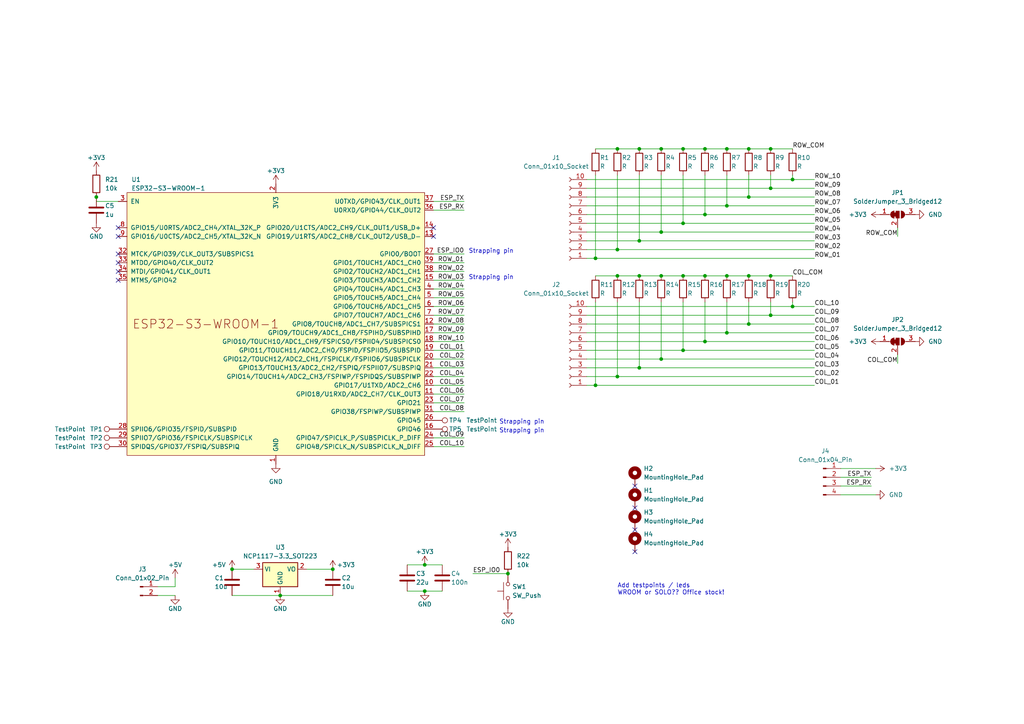
<source format=kicad_sch>
(kicad_sch (version 20230121) (generator eeschema)
  (paper "A4")
  (lib_symbols
    (symbol "Connector:Conn_01x02_Pin" (pin_names (offset 1.016) hide)
      (property "Reference" "J" (at 0 2.54 0))
      (property "Value" "Conn_01x02_Pin" (at 0 -5.08 0))
      (symbol "Conn_01x02_Pin_1_1"
        (polyline (pts (xy 1.27 -2.54) (xy 0.8636 -2.54)) (stroke (width 0.1524)))
        (polyline (pts (xy 1.27 0) (xy 0.8636 0)) (stroke (width 0.1524)))
        (rectangle (start 0.8636 -2.413) (end 0 -2.667) (stroke (width 0.1524)) (fill (type outline)))
        (rectangle (start 0.8636 0.127) (end 0 -0.127) (stroke (width 0.1524)) (fill (type outline)))
        (pin passive line (at 5.08 0 180) (length 3.81) (name "Pin_1") (number "1"))
        (pin passive line (at 5.08 -2.54 180) (length 3.81) (name "Pin_2") (number "2"))
      )
    )
    (symbol "Connector:Conn_01x04_Pin" (pin_names (offset 1.016) hide)
      (property "Reference" "J" (at 0 5.08 0))
      (property "Value" "Conn_01x04_Pin" (at 0 -7.62 0))
      (symbol "Conn_01x04_Pin_1_1"
        (polyline (pts (xy 1.27 -5.08) (xy 0.8636 -5.08)) (stroke (width 0.1524)))
        (polyline (pts (xy 1.27 -2.54) (xy 0.8636 -2.54)) (stroke (width 0.1524)))
        (polyline (pts (xy 1.27 0) (xy 0.8636 0)) (stroke (width 0.1524)))
        (polyline (pts (xy 1.27 2.54) (xy 0.8636 2.54)) (stroke (width 0.1524)))
        (rectangle (start 0.8636 -4.953) (end 0 -5.207) (stroke (width 0.1524)) (fill (type outline)))
        (rectangle (start 0.8636 -2.413) (end 0 -2.667) (stroke (width 0.1524)) (fill (type outline)))
        (rectangle (start 0.8636 0.127) (end 0 -0.127) (stroke (width 0.1524)) (fill (type outline)))
        (rectangle (start 0.8636 2.667) (end 0 2.413) (stroke (width 0.1524)) (fill (type outline)))
        (pin passive line (at 5.08 2.54 180) (length 3.81) (name "Pin_1") (number "1"))
        (pin passive line (at 5.08 0 180) (length 3.81) (name "Pin_2") (number "2"))
        (pin passive line (at 5.08 -2.54 180) (length 3.81) (name "Pin_3") (number "3"))
        (pin passive line (at 5.08 -5.08 180) (length 3.81) (name "Pin_4") (number "4"))
      )
    )
    (symbol "Connector:Conn_01x10_Socket" (pin_names (offset 1.016) hide)
      (property "Reference" "J" (at 0 12.7 0))
      (property "Value" "Conn_01x10_Socket" (at 0 -15.24 0))
      (symbol "Conn_01x10_Socket_1_1"
        (arc (start 0 -12.192) (mid -0.5058 -12.7) (end 0 -13.208) (stroke (width 0.1524)))
        (arc (start 0 -9.652) (mid -0.5058 -10.16) (end 0 -10.668) (stroke (width 0.1524)))
        (arc (start 0 -7.112) (mid -0.5058 -7.62) (end 0 -8.128) (stroke (width 0.1524)))
        (arc (start 0 -4.572) (mid -0.5058 -5.08) (end 0 -5.588) (stroke (width 0.1524)))
        (arc (start 0 -2.032) (mid -0.5058 -2.54) (end 0 -3.048) (stroke (width 0.1524)))
        (polyline (pts (xy -1.27 -12.7) (xy -0.508 -12.7)) (stroke (width 0.1524)))
        (polyline (pts (xy -1.27 -10.16) (xy -0.508 -10.16)) (stroke (width 0.1524)))
        (polyline (pts (xy -1.27 -7.62) (xy -0.508 -7.62)) (stroke (width 0.1524)))
        (polyline (pts (xy -1.27 -5.08) (xy -0.508 -5.08)) (stroke (width 0.1524)))
        (polyline (pts (xy -1.27 -2.54) (xy -0.508 -2.54)) (stroke (width 0.1524)))
        (polyline (pts (xy -1.27 0) (xy -0.508 0)) (stroke (width 0.1524)))
        (polyline (pts (xy -1.27 2.54) (xy -0.508 2.54)) (stroke (width 0.1524)))
        (polyline (pts (xy -1.27 5.08) (xy -0.508 5.08)) (stroke (width 0.1524)))
        (polyline (pts (xy -1.27 7.62) (xy -0.508 7.62)) (stroke (width 0.1524)))
        (polyline (pts (xy -1.27 10.16) (xy -0.508 10.16)) (stroke (width 0.1524)))
        (arc (start 0 0.508) (mid -0.5058 0) (end 0 -0.508) (stroke (width 0.1524)))
        (arc (start 0 3.048) (mid -0.5058 2.54) (end 0 2.032) (stroke (width 0.1524)))
        (arc (start 0 5.588) (mid -0.5058 5.08) (end 0 4.572) (stroke (width 0.1524)))
        (arc (start 0 8.128) (mid -0.5058 7.62) (end 0 7.112) (stroke (width 0.1524)))
        (arc (start 0 10.668) (mid -0.5058 10.16) (end 0 9.652) (stroke (width 0.1524)))
        (pin passive line (at -5.08 10.16 0) (length 3.81) (name "Pin_1") (number "1"))
        (pin passive line (at -5.08 -12.7 0) (length 3.81) (name "Pin_10") (number "10"))
        (pin passive line (at -5.08 7.62 0) (length 3.81) (name "Pin_2") (number "2"))
        (pin passive line (at -5.08 5.08 0) (length 3.81) (name "Pin_3") (number "3"))
        (pin passive line (at -5.08 2.54 0) (length 3.81) (name "Pin_4") (number "4"))
        (pin passive line (at -5.08 0 0) (length 3.81) (name "Pin_5") (number "5"))
        (pin passive line (at -5.08 -2.54 0) (length 3.81) (name "Pin_6") (number "6"))
        (pin passive line (at -5.08 -5.08 0) (length 3.81) (name "Pin_7") (number "7"))
        (pin passive line (at -5.08 -7.62 0) (length 3.81) (name "Pin_8") (number "8"))
        (pin passive line (at -5.08 -10.16 0) (length 3.81) (name "Pin_9") (number "9"))
      )
    )
    (symbol "Connector:TestPoint" (pin_numbers hide) (pin_names (offset 0.762) hide)
      (property "Reference" "TP" (at 0 6.858 0))
      (property "Value" "TestPoint" (at 0 5.08 0))
      (symbol "TestPoint_0_1"
        (circle (center 0 3.302) (radius 0.762))
      )
      (symbol "TestPoint_1_1"
        (pin passive line (at 0 0 90) (length 2.54) (name "1") (number "1"))
      )
    )
    (symbol "Device:C" (pin_numbers hide) (pin_names (offset 0.254))
      (property "Reference" "C" (at 0.635 2.54 0))
      (property "Value" "C" (at 0.635 -2.54 0))
      (symbol "C_0_1"
        (polyline (pts (xy -2.032 -0.762) (xy 2.032 -0.762)) (stroke (width 0.508)))
        (polyline (pts (xy -2.032 0.762) (xy 2.032 0.762)) (stroke (width 0.508)))
      )
      (symbol "C_1_1"
        (pin passive line (at 0 3.81 270) (length 2.794) (name "~") (number "1"))
        (pin passive line (at 0 -3.81 90) (length 2.794) (name "~") (number "2"))
      )
    )
    (symbol "Device:R" (pin_numbers hide) (pin_names (offset 0))
      (property "Reference" "R" (at 2.032 0 90))
      (property "Value" "R" (at 0 0 90))
      (symbol "R_0_1"
        (rectangle (start -1.016 -2.54) (end 1.016 2.54) (stroke (width 0.254)))
      )
      (symbol "R_1_1"
        (pin passive line (at 0 3.81 270) (length 1.27) (name "~") (number "1"))
        (pin passive line (at 0 -3.81 90) (length 1.27) (name "~") (number "2"))
      )
    )
    (symbol "Jumper:SolderJumper_3_Bridged12" (pin_names (offset 0) hide)
      (property "Reference" "JP" (at -2.54 -2.54 0))
      (property "Value" "SolderJumper_3_Bridged12" (at 0 2.794 0))
      (symbol "SolderJumper_3_Bridged12_0_1"
        (rectangle (start -1.016 0.508) (end -0.508 -0.508) (fill (type outline)))
        (arc (start -1.016 1.016) (mid -2.0276 0) (end -1.016 -1.016))
        (arc (start -1.016 1.016) (mid -2.0276 0) (end -1.016 -1.016) (fill (type outline)))
        (rectangle (start -0.508 1.016) (end 0.508 -1.016) (fill (type outline)))
        (polyline (pts (xy -2.54 0) (xy -2.032 0)))
        (polyline (pts (xy -1.016 1.016) (xy -1.016 -1.016)))
        (polyline (pts (xy 0 -1.27) (xy 0 -1.016)))
        (polyline (pts (xy 1.016 1.016) (xy 1.016 -1.016)))
        (polyline (pts (xy 2.54 0) (xy 2.032 0)))
        (arc (start 1.016 -1.016) (mid 2.0276 0) (end 1.016 1.016))
        (arc (start 1.016 -1.016) (mid 2.0276 0) (end 1.016 1.016) (fill (type outline)))
      )
      (symbol "SolderJumper_3_Bridged12_1_1"
        (pin passive line (at -5.08 0 0) (length 2.54) (name "A") (number "1"))
        (pin passive line (at 0 -3.81 90) (length 2.54) (name "C") (number "2"))
        (pin passive line (at 5.08 0 180) (length 2.54) (name "B") (number "3"))
      )
    )
    (symbol "Mechanical:MountingHole_Pad" (pin_numbers hide) (pin_names (offset 1.016) hide)
      (property "Reference" "H" (at 0 6.35 0))
      (property "Value" "MountingHole_Pad" (at 0 4.445 0))
      (symbol "MountingHole_Pad_0_1"
        (circle (center 0 1.27) (radius 1.27) (stroke (width 1.27)))
      )
      (symbol "MountingHole_Pad_1_1"
        (pin input line (at 0 -2.54 90) (length 2.54) (name "1") (number "1"))
      )
    )
    (symbol "PCM_Espressif:ESP32-S3-WROOM-1" (pin_names (offset 1.016))
      (property "Reference" "U" (at -43.18 43.18 0))
      (property "Value" "ESP32-S3-WROOM-1" (at -43.18 40.64 0))
      (symbol "ESP32-S3-WROOM-1_0_0"
        (text "ESP32-S3-WROOM-1" (at -20.32 0 0) (effects (font (size 2.54 2.54))))
        (pin power_in line (at 0 -40.64 90) (length 2.54) (name "GND") (number "1"))
        (pin bidirectional line (at 45.72 -17.78 180) (length 2.54) (name "GPIO17/U1TXD/ADC2_CH6") (number "10"))
        (pin bidirectional line (at 45.72 -20.32 180) (length 2.54) (name "GPIO18/U1RXD/ADC2_CH7/CLK_OUT3") (number "11"))
        (pin bidirectional line (at 45.72 0 180) (length 2.54) (name "GPIO8/TOUCH8/ADC1_CH7/SUBSPICS1") (number "12"))
        (pin bidirectional line (at 45.72 25.4 180) (length 2.54) (name "GPIO19/U1RTS/ADC2_CH8/CLK_OUT2/USB_D-") (number "13"))
        (pin bidirectional line (at 45.72 27.94 180) (length 2.54) (name "GPIO20/U1CTS/ADC2_CH9/CLK_OUT1/USB_D+") (number "14"))
        (pin bidirectional line (at 45.72 12.7 180) (length 2.54) (name "GPIO3/TOUCH3/ADC1_CH2") (number "15"))
        (pin bidirectional line (at 45.72 -30.48 180) (length 2.54) (name "GPIO46") (number "16"))
        (pin bidirectional line (at 45.72 -2.54 180) (length 2.54) (name "GPIO9/TOUCH9/ADC1_CH8/FSPIHD/SUBSPIHD") (number "17"))
        (pin bidirectional line (at 45.72 -5.08 180) (length 2.54) (name "GPIO10/TOUCH10/ADC1_CH9/FSPICS0/FSPIIO4/SUBSPICS0") (number "18"))
        (pin bidirectional line (at 45.72 -7.62 180) (length 2.54) (name "GPIO11/TOUCH11/ADC2_CH0/FSPID/FSPIIO5/SUBSPID") (number "19"))
        (pin power_in line (at 0 40.64 270) (length 2.54) (name "3V3") (number "2"))
        (pin bidirectional line (at 45.72 -10.16 180) (length 2.54) (name "GPIO12/TOUCH12/ADC2_CH1/FSPICLK/FSPIIO6/SUBSPICLK") (number "20"))
        (pin bidirectional line (at 45.72 -12.7 180) (length 2.54) (name "GPIO13/TOUCH13/ADC2_CH2/FSPIQ/FSPIIO7/SUBSPIQ") (number "21"))
        (pin bidirectional line (at 45.72 -15.24 180) (length 2.54) (name "GPIO14/TOUCH14/ADC2_CH3/FSPIWP/FSPIDQS/SUBSPIWP") (number "22"))
        (pin bidirectional line (at 45.72 -22.86 180) (length 2.54) (name "GPIO21") (number "23"))
        (pin bidirectional line (at 45.72 -33.02 180) (length 2.54) (name "GPIO47/SPICLK_P/SUBSPICLK_P_DIFF") (number "24"))
        (pin bidirectional line (at 45.72 -35.56 180) (length 2.54) (name "GPIO48/SPICLK_N/SUBSPICLK_N_DIFF") (number "25"))
        (pin bidirectional line (at 45.72 -27.94 180) (length 2.54) (name "GPIO45") (number "26"))
        (pin bidirectional line (at 45.72 20.32 180) (length 2.54) (name "GPIO0/BOOT") (number "27"))
        (pin bidirectional line (at -45.72 -30.48 0) (length 2.54) (name "SPIIO6/GPIO35/FSPID/SUBSPID") (number "28"))
        (pin bidirectional line (at -45.72 -33.02 0) (length 2.54) (name "SPIIO7/GPIO36/FSPICLK/SUBSPICLK") (number "29"))
        (pin input line (at -45.72 35.56 0) (length 2.54) (name "EN") (number "3"))
        (pin bidirectional line (at -45.72 -35.56 0) (length 2.54) (name "SPIDQS/GPIO37/FSPIQ/SUBSPIQ") (number "30"))
        (pin bidirectional line (at 45.72 -25.4 180) (length 2.54) (name "GPIO38/FSPIWP/SUBSPIWP") (number "31"))
        (pin bidirectional line (at -45.72 20.32 0) (length 2.54) (name "MTCK/GPIO39/CLK_OUT3/SUBSPICS1") (number "32"))
        (pin bidirectional line (at -45.72 17.78 0) (length 2.54) (name "MTDO/GPIO40/CLK_OUT2") (number "33"))
        (pin bidirectional line (at -45.72 15.24 0) (length 2.54) (name "MTDI/GPIO41/CLK_OUT1") (number "34"))
        (pin bidirectional line (at -45.72 12.7 0) (length 2.54) (name "MTMS/GPIO42") (number "35"))
        (pin bidirectional line (at 45.72 33.02 180) (length 2.54) (name "U0RXD/GPIO44/CLK_OUT2") (number "36"))
        (pin bidirectional line (at 45.72 35.56 180) (length 2.54) (name "U0TXD/GPIO43/CLK_OUT1") (number "37"))
        (pin bidirectional line (at 45.72 15.24 180) (length 2.54) (name "GPIO2/TOUCH2/ADC1_CH1") (number "38"))
        (pin bidirectional line (at 45.72 17.78 180) (length 2.54) (name "GPIO1/TOUCH1/ADC1_CH0") (number "39"))
        (pin bidirectional line (at 45.72 10.16 180) (length 2.54) (name "GPIO4/TOUCH4/ADC1_CH3") (number "4"))
        (pin passive line (at 0 -40.64 90) (length 2.54) hide (name "GND") (number "40"))
        (pin passive line (at 0 -40.64 90) (length 2.54) hide (name "GND") (number "41"))
        (pin bidirectional line (at 45.72 7.62 180) (length 2.54) (name "GPIO5/TOUCH5/ADC1_CH4") (number "5"))
        (pin bidirectional line (at 45.72 5.08 180) (length 2.54) (name "GPIO6/TOUCH6/ADC1_CH5") (number "6"))
        (pin bidirectional line (at 45.72 2.54 180) (length 2.54) (name "GPIO7/TOUCH7/ADC1_CH6") (number "7"))
        (pin bidirectional line (at -45.72 27.94 0) (length 2.54) (name "GPIO15/U0RTS/ADC2_CH4/XTAL_32K_P") (number "8"))
        (pin bidirectional line (at -45.72 25.4 0) (length 2.54) (name "GPIO16/U0CTS/ADC2_CH5/XTAL_32K_N") (number "9"))
      )
      (symbol "ESP32-S3-WROOM-1_0_1"
        (rectangle (start -43.18 38.1) (end 43.18 -38.1) (fill (type background)))
      )
    )
    (symbol "Regulator_Linear:NCP1117-3.3_SOT223"
      (property "Reference" "U" (at -3.81 3.175 0))
      (property "Value" "NCP1117-3.3_SOT223" (at 0 3.175 0))
      (symbol "NCP1117-3.3_SOT223_0_1"
        (rectangle (start -5.08 -5.08) (end 5.08 1.905) (stroke (width 0.254)) (fill (type background)))
      )
      (symbol "NCP1117-3.3_SOT223_1_1"
        (pin power_in line (at 0 -7.62 90) (length 2.54) (name "GND") (number "1"))
        (pin power_out line (at 7.62 0 180) (length 2.54) (name "VO") (number "2"))
        (pin power_in line (at -7.62 0 0) (length 2.54) (name "VI") (number "3"))
      )
    )
    (symbol "guille-lib:PTS810" (pin_numbers hide) (pin_names (offset 1.016) hide)
      (property "Reference" "SW" (at 1.27 2.54 0))
      (property "Value" "SW_Push" (at 0 -1.524 0))
      (symbol "PTS810_0_1"
        (circle (center -2.032 0) (radius 0.508))
        (polyline (pts (xy 0 1.27) (xy 0 3.048)))
        (polyline (pts (xy 2.54 1.27) (xy -2.54 1.27)))
        (circle (center 2.032 0) (radius 0.508))
        (pin passive line (at -5.08 0 0) (length 2.54) (name "1") (number "1"))
        (pin passive line (at 5.08 0 180) (length 2.54) (name "2") (number "2"))
      )
    )
    (symbol "power:+3V3" (power) (pin_names (offset 0))
      (property "Value" "+3V3" (at 0 3.556 0))
      (symbol "+3V3_0_1"
        (polyline (pts (xy -0.762 1.27) (xy 0 2.54)))
        (polyline (pts (xy 0 0) (xy 0 2.54)))
        (polyline (pts (xy 0 2.54) (xy 0.762 1.27)))
      )
      (symbol "+3V3_1_1"
        (pin power_in line (at 0 0 90) (length 0) hide (name "+3V3") (number "1"))
      )
    )
    (symbol "power:+5V" (power) (pin_names (offset 0))
      (property "Value" "+5V" (at 0 3.556 0))
      (symbol "+5V_0_1"
        (polyline (pts (xy -0.762 1.27) (xy 0 2.54)))
        (polyline (pts (xy 0 0) (xy 0 2.54)))
        (polyline (pts (xy 0 2.54) (xy 0.762 1.27)))
      )
      (symbol "+5V_1_1"
        (pin power_in line (at 0 0 90) (length 0) hide (name "+5V") (number "1"))
      )
    )
    (symbol "power:GND" (power) (pin_names (offset 0))
      (property "Value" "GND" (at 0 -3.81 0))
      (symbol "GND_0_1"
        (polyline (pts (xy 0 0) (xy 0 -1.27) (xy 1.27 -1.27) (xy 0 -2.54) (xy -1.27 -1.27) (xy 0 -1.27)))
      )
      (symbol "GND_1_1"
        (pin power_in line (at 0 0 270) (length 0) hide (name "GND") (number "1"))
      )
    )
  )
  (junction (at 81.28 172.72))
  (junction (at 179.07 72.39))
  (junction (at 204.47 99.06))
  (junction (at 185.42 106.68))
  (junction (at 210.82 43.18))
  (junction (at 217.17 80.01))
  (junction (at 147.32 166.37))
  (junction (at 123.19 163.83))
  (junction (at 217.17 57.15))
  (junction (at 223.52 43.18))
  (junction (at 27.94 57.15))
  (junction (at 217.17 43.18))
  (junction (at 179.07 109.22))
  (junction (at 210.82 96.52))
  (junction (at 223.52 54.61))
  (junction (at 229.87 88.9))
  (junction (at 204.47 62.23))
  (junction (at 185.42 69.85))
  (junction (at 67.31 165.1))
  (junction (at 223.52 80.01))
  (junction (at 204.47 43.18))
  (junction (at 198.12 64.77))
  (junction (at 179.07 80.01))
  (junction (at 172.72 111.76))
  (junction (at 191.77 80.01))
  (junction (at 210.82 80.01))
  (junction (at 223.52 91.44))
  (junction (at 198.12 43.18))
  (junction (at 179.07 43.18))
  (junction (at 229.87 52.07))
  (junction (at 217.17 93.98))
  (junction (at 191.77 67.31))
  (junction (at 191.77 104.14))
  (junction (at 198.12 101.6))
  (junction (at 191.77 43.18))
  (junction (at 123.19 171.45))
  (junction (at 198.12 80.01))
  (junction (at 204.47 80.01))
  (junction (at 185.42 80.01))
  (junction (at 210.82 59.69))
  (junction (at 172.72 74.93))
  (junction (at 185.42 43.18))
  (junction (at 96.52 165.1))
  (no_connect (at 34.29 66.04))
  (no_connect (at 34.29 78.74))
  (no_connect (at 125.73 66.04))
  (no_connect (at 34.29 68.58))
  (no_connect (at 34.29 81.28))
  (no_connect (at 34.29 76.2))
  (no_connect (at 184.15 140.97))
  (no_connect (at 184.15 153.67))
  (no_connect (at 184.15 160.02))
  (no_connect (at 125.73 68.58))
  (no_connect (at 34.29 73.66))
  (no_connect (at 184.15 147.32))
  (wire (pts (xy 210.82 59.69) (xy 236.22 59.69)))
  (wire (pts (xy 198.12 50.8) (xy 198.12 64.77)))
  (wire (pts (xy 170.18 101.6) (xy 198.12 101.6)))
  (wire (pts (xy 170.18 59.69) (xy 210.82 59.69)))
  (wire (pts (xy 223.52 91.44) (xy 236.22 91.44)))
  (wire (pts (xy 198.12 80.01) (xy 204.47 80.01)))
  (wire (pts (xy 191.77 43.18) (xy 198.12 43.18)))
  (wire (pts (xy 223.52 87.63) (xy 223.52 91.44)))
  (wire (pts (xy 125.73 81.28) (xy 134.62 81.28)))
  (wire (pts (xy 260.35 68.58) (xy 260.35 66.04)))
  (wire (pts (xy 170.18 96.52) (xy 210.82 96.52)))
  (wire (pts (xy 134.62 58.42) (xy 125.73 58.42)))
  (wire (pts (xy 217.17 57.15) (xy 236.22 57.15)))
  (wire (pts (xy 125.73 111.76) (xy 134.62 111.76)))
  (wire (pts (xy 170.18 52.07) (xy 229.87 52.07)))
  (wire (pts (xy 125.73 91.44) (xy 134.62 91.44)))
  (wire (pts (xy 185.42 50.8) (xy 185.42 69.85)))
  (wire (pts (xy 125.73 127) (xy 134.62 127)))
  (wire (pts (xy 172.72 87.63) (xy 172.72 111.76)))
  (wire (pts (xy 217.17 43.18) (xy 223.52 43.18)))
  (wire (pts (xy 198.12 64.77) (xy 236.22 64.77)))
  (wire (pts (xy 123.19 171.45) (xy 118.11 171.45)))
  (wire (pts (xy 198.12 87.63) (xy 198.12 101.6)))
  (wire (pts (xy 204.47 43.18) (xy 210.82 43.18)))
  (wire (pts (xy 50.8 170.18) (xy 45.72 170.18)))
  (wire (pts (xy 185.42 69.85) (xy 236.22 69.85)))
  (wire (pts (xy 172.72 111.76) (xy 236.22 111.76)))
  (wire (pts (xy 125.73 86.36) (xy 134.62 86.36)))
  (wire (pts (xy 191.77 87.63) (xy 191.77 104.14)))
  (wire (pts (xy 204.47 87.63) (xy 204.47 99.06)))
  (wire (pts (xy 137.16 166.37) (xy 147.32 166.37)))
  (wire (pts (xy 204.47 62.23) (xy 236.22 62.23)))
  (wire (pts (xy 170.18 106.68) (xy 185.42 106.68)))
  (wire (pts (xy 50.8 167.64) (xy 50.8 170.18)))
  (wire (pts (xy 185.42 80.01) (xy 191.77 80.01)))
  (wire (pts (xy 229.87 87.63) (xy 229.87 88.9)))
  (wire (pts (xy 170.18 72.39) (xy 179.07 72.39)))
  (wire (pts (xy 123.19 163.83) (xy 118.11 163.83)))
  (wire (pts (xy 210.82 50.8) (xy 210.82 59.69)))
  (wire (pts (xy 125.73 119.38) (xy 134.62 119.38)))
  (wire (pts (xy 170.18 62.23) (xy 204.47 62.23)))
  (wire (pts (xy 179.07 80.01) (xy 185.42 80.01)))
  (wire (pts (xy 179.07 72.39) (xy 236.22 72.39)))
  (wire (pts (xy 185.42 43.18) (xy 191.77 43.18)))
  (wire (pts (xy 191.77 104.14) (xy 236.22 104.14)))
  (wire (pts (xy 125.73 109.22) (xy 134.62 109.22)))
  (wire (pts (xy 198.12 101.6) (xy 236.22 101.6)))
  (wire (pts (xy 125.73 88.9) (xy 134.62 88.9)))
  (wire (pts (xy 223.52 43.18) (xy 229.87 43.18)))
  (wire (pts (xy 179.07 50.8) (xy 179.07 72.39)))
  (wire (pts (xy 170.18 69.85) (xy 185.42 69.85)))
  (wire (pts (xy 210.82 80.01) (xy 217.17 80.01)))
  (wire (pts (xy 170.18 74.93) (xy 172.72 74.93)))
  (wire (pts (xy 210.82 43.18) (xy 217.17 43.18)))
  (wire (pts (xy 27.94 57.15) (xy 27.94 58.42)))
  (wire (pts (xy 252.73 140.97) (xy 243.84 140.97)))
  (wire (pts (xy 125.73 76.2) (xy 134.62 76.2)))
  (wire (pts (xy 229.87 88.9) (xy 236.22 88.9)))
  (wire (pts (xy 170.18 57.15) (xy 217.17 57.15)))
  (wire (pts (xy 172.72 50.8) (xy 172.72 74.93)))
  (wire (pts (xy 172.72 43.18) (xy 179.07 43.18)))
  (wire (pts (xy 170.18 54.61) (xy 223.52 54.61)))
  (wire (pts (xy 125.73 129.54) (xy 134.62 129.54)))
  (wire (pts (xy 123.19 163.83) (xy 128.27 163.83)))
  (wire (pts (xy 210.82 96.52) (xy 236.22 96.52)))
  (wire (pts (xy 125.73 114.3) (xy 134.62 114.3)))
  (wire (pts (xy 170.18 99.06) (xy 204.47 99.06)))
  (wire (pts (xy 185.42 87.63) (xy 185.42 106.68)))
  (wire (pts (xy 204.47 80.01) (xy 210.82 80.01)))
  (wire (pts (xy 191.77 67.31) (xy 236.22 67.31)))
  (wire (pts (xy 217.17 87.63) (xy 217.17 93.98)))
  (wire (pts (xy 223.52 50.8) (xy 223.52 54.61)))
  (wire (pts (xy 198.12 43.18) (xy 204.47 43.18)))
  (wire (pts (xy 170.18 93.98) (xy 217.17 93.98)))
  (wire (pts (xy 67.31 172.72) (xy 81.28 172.72)))
  (wire (pts (xy 260.35 105.41) (xy 260.35 102.87)))
  (wire (pts (xy 217.17 80.01) (xy 223.52 80.01)))
  (wire (pts (xy 170.18 91.44) (xy 223.52 91.44)))
  (wire (pts (xy 170.18 109.22) (xy 179.07 109.22)))
  (wire (pts (xy 170.18 104.14) (xy 191.77 104.14)))
  (wire (pts (xy 223.52 54.61) (xy 236.22 54.61)))
  (wire (pts (xy 125.73 96.52) (xy 134.62 96.52)))
  (wire (pts (xy 204.47 50.8) (xy 204.47 62.23)))
  (wire (pts (xy 179.07 109.22) (xy 236.22 109.22)))
  (wire (pts (xy 125.73 60.96) (xy 134.62 60.96)))
  (wire (pts (xy 179.07 87.63) (xy 179.07 109.22)))
  (wire (pts (xy 125.73 106.68) (xy 134.62 106.68)))
  (wire (pts (xy 191.77 50.8) (xy 191.77 67.31)))
  (wire (pts (xy 67.31 165.1) (xy 73.66 165.1)))
  (wire (pts (xy 185.42 106.68) (xy 236.22 106.68)))
  (wire (pts (xy 172.72 74.93) (xy 236.22 74.93)))
  (wire (pts (xy 125.73 78.74) (xy 134.62 78.74)))
  (wire (pts (xy 252.73 138.43) (xy 243.84 138.43)))
  (wire (pts (xy 125.73 104.14) (xy 134.62 104.14)))
  (wire (pts (xy 191.77 80.01) (xy 198.12 80.01)))
  (wire (pts (xy 170.18 64.77) (xy 198.12 64.77)))
  (wire (pts (xy 229.87 50.8) (xy 229.87 52.07)))
  (wire (pts (xy 125.73 99.06) (xy 134.62 99.06)))
  (wire (pts (xy 125.73 93.98) (xy 134.62 93.98)))
  (wire (pts (xy 179.07 43.18) (xy 185.42 43.18)))
  (wire (pts (xy 217.17 93.98) (xy 236.22 93.98)))
  (wire (pts (xy 254 143.51) (xy 243.84 143.51)))
  (wire (pts (xy 134.62 73.66) (xy 125.73 73.66)))
  (wire (pts (xy 96.52 165.1) (xy 88.9 165.1)))
  (wire (pts (xy 254 135.89) (xy 243.84 135.89)))
  (wire (pts (xy 125.73 83.82) (xy 134.62 83.82)))
  (wire (pts (xy 125.73 116.84) (xy 134.62 116.84)))
  (wire (pts (xy 50.8 172.72) (xy 45.72 172.72)))
  (wire (pts (xy 125.73 101.6) (xy 134.62 101.6)))
  (wire (pts (xy 170.18 67.31) (xy 191.77 67.31)))
  (wire (pts (xy 229.87 52.07) (xy 236.22 52.07)))
  (wire (pts (xy 172.72 80.01) (xy 179.07 80.01)))
  (wire (pts (xy 81.28 172.72) (xy 96.52 172.72)))
  (wire (pts (xy 170.18 111.76) (xy 172.72 111.76)))
  (wire (pts (xy 204.47 99.06) (xy 236.22 99.06)))
  (wire (pts (xy 123.19 171.45) (xy 128.27 171.45)))
  (wire (pts (xy 223.52 80.01) (xy 229.87 80.01)))
  (wire (pts (xy 27.94 58.42) (xy 34.29 58.42)))
  (wire (pts (xy 217.17 50.8) (xy 217.17 57.15)))
  (wire (pts (xy 170.18 88.9) (xy 229.87 88.9)))
  (wire (pts (xy 210.82 87.63) (xy 210.82 96.52)))
  (text "Strapping pin" (at 135.89 81.28 0) (effects (font (size 1.27 1.27)) (justify left bottom)))
  (text "Strapping pin" (at 144.78 123.19 0) (effects (font (size 1.27 1.27)) (justify left bottom)))
  (text "Strapping pin" (at 144.78 125.73 0) (effects (font (size 1.27 1.27)) (justify left bottom)))
  (text "Strapping pin" (at 135.89 73.66 0) (effects (font (size 1.27 1.27)) (justify left bottom)))
  (text "Add testpoints / leds\nWROOM or SOLO?? Office stock!" (at 179.07 172.72 0) (effects (font (size 1.27 1.27)) (justify left bottom)))
  (label "ROW_03" (at 134.62 81.28 180))
  (label "ROW_01" (at 134.62 76.2 180))
  (label "COL_01" (at 236.22 111.76 0))
  (label "ROW_01" (at 236.22 74.93 0))
  (label "COL_01" (at 134.62 101.6 180))
  (label "COL_COM" (at 260.35 105.41 180))
  (label "COL_03" (at 134.62 106.68 180))
  (label "ROW_06" (at 134.62 88.9 180))
  (label "COL_06" (at 134.62 114.3 180))
  (label "COL_07" (at 134.62 116.84 180))
  (label "ROW_09" (at 134.62 96.52 180))
  (label "COL_02" (at 236.22 109.22 0))
  (label "COL_05" (at 134.62 111.76 180))
  (label "ROW_COM" (at 260.35 68.58 180))
  (label "ROW_02" (at 236.22 72.39 0))
  (label "ROW_02" (at 134.62 78.74 180))
  (label "COL_02" (at 134.62 104.14 180))
  (label "COL_04" (at 134.62 109.22 180))
  (label "ROW_04" (at 236.22 67.31 0))
  (label "COL_10" (at 236.22 88.9 0))
  (label "ROW_08" (at 134.62 93.98 180))
  (label "COL_10" (at 134.62 129.54 180))
  (label "COL_09" (at 134.62 127 180))
  (label "COL_06" (at 236.22 99.06 0))
  (label "COL_03" (at 236.22 106.68 0))
  (label "ROW_08" (at 236.22 57.15 0))
  (label "ESP_TX" (at 252.73 138.43 180))
  (label "ROW_10" (at 134.62 99.06 180))
  (label "COL_07" (at 236.22 96.52 0))
  (label "ESP_IO0" (at 134.62 73.66 180))
  (label "ESP_RX" (at 134.62 60.96 180))
  (label "COL_COM" (at 229.87 80.01 0))
  (label "COL_04" (at 236.22 104.14 0))
  (label "ROW_04" (at 134.62 83.82 180))
  (label "ROW_05" (at 134.62 86.36 180))
  (label "COL_09" (at 236.22 91.44 0))
  (label "ESP_TX" (at 134.62 58.42 180))
  (label "COL_08" (at 236.22 93.98 0))
  (label "ROW_07" (at 134.62 91.44 180))
  (label "ROW_10" (at 236.22 52.07 0))
  (label "ROW_09" (at 236.22 54.61 0))
  (label "COL_08" (at 134.62 119.38 180))
  (label "ROW_05" (at 236.22 64.77 0))
  (label "ESP_RX" (at 252.73 140.97 180))
  (label "ROW_07" (at 236.22 59.69 0))
  (label "ROW_06" (at 236.22 62.23 0))
  (label "ROW_03" (at 236.22 69.85 0))
  (label "ROW_COM" (at 229.87 43.18 0))
  (label "COL_05" (at 236.22 101.6 0))
  (label "ESP_IO0" (at 137.16 166.37 0))
  (symbol (lib_id "power:GND") (at 123.19 171.45 0) (unit 1)
    (property "Reference" "#PWR014" (effects hide))
    (property "Value" "GND" (at 123.19 175.26 0))
  )
  (symbol (lib_id "power:+3V3") (at 96.52 165.1 0) (unit 1)
    (property "Reference" "#PWR07" (effects hide))
    (property "Value" "+3V3" (at 100.33 163.83 0))
  )
  (symbol (lib_id "power:GND") (at 147.32 176.53 0) (unit 1)
    (property "Reference" "#PWR016" (effects hide))
    (property "Value" "GND" (at 147.32 180.34 0))
  )
  (symbol (lib_id "power:+5V") (at 67.31 165.1 0) (unit 1)
    (property "Reference" "#PWR05" (effects hide))
    (property "Value" "+5V" (at 63.5 163.83 0))
  )
  (symbol (lib_id "Connector:TestPoint") (at 125.73 124.46 270) (unit 1)
    (property "Reference" "TP5" (at 132.08 124.46 90))
    (property "Value" "TestPoint" (at 139.7 124.46 90))
    (property "Footprint" "TestPoint:TestPoint_Pad_D1.5mm" (effects hide))
  )
  (symbol (lib_id "Device:R") (at 172.72 83.82 0) (unit 1)
    (property "Reference" "R11" (at 173.99 82.55 0) (effects (justify left)))
    (property "Value" "R" (at 173.99 85.09 0) (effects (justify left)))
    (property "Footprint" "Resistor_SMD:R_0603_1608Metric" (effects hide))
  )
  (symbol (lib_id "power:+3V3") (at 255.27 99.06 90) (unit 1)
    (property "Reference" "#PWR010" (effects hide))
    (property "Value" "+3V3" (at 251.46 99.06 90) (effects (justify left)))
  )
  (symbol (lib_id "power:GND") (at 254 143.51 90) (unit 1)
    (property "Reference" "#PWR018" (effects hide))
    (property "Value" "GND" (at 257.81 143.51 90) (effects (justify right)))
  )
  (symbol (lib_id "Device:R") (at 198.12 83.82 0) (unit 1)
    (property "Reference" "R15" (at 199.39 82.55 0) (effects (justify left)))
    (property "Value" "R" (at 199.39 85.09 0) (effects (justify left)))
    (property "Footprint" "Resistor_SMD:R_0603_1608Metric" (effects hide))
  )
  (symbol (lib_id "Mechanical:MountingHole_Pad") (at 184.15 138.43 0) (unit 1)
    (property "Reference" "H2" (at 186.69 135.89 0) (effects (justify left)))
    (property "Value" "MountingHole_Pad" (at 186.69 138.43 0) (effects (justify left)))
    (property "Footprint" "MountingHole:MountingHole_3.2mm_M3_Pad_TopBottom" (effects hide))
  )
  (symbol (lib_id "power:GND") (at 50.8 172.72 0) (unit 1)
    (property "Reference" "#PWR04" (effects hide))
    (property "Value" "GND" (at 50.8 176.53 0))
  )
  (symbol (lib_id "Device:R") (at 172.72 46.99 0) (unit 1)
    (property "Reference" "R1" (at 173.99 45.72 0) (effects (justify left)))
    (property "Value" "R" (at 173.99 48.26 0) (effects (justify left)))
    (property "Footprint" "Resistor_SMD:R_0603_1608Metric" (effects hide))
  )
  (symbol (lib_id "power:GND") (at 80.01 134.62 0) (unit 1)
    (property "Reference" "#PWR01" (effects hide))
    (property "Value" "GND" (at 80.01 139.7 0))
  )
  (symbol (lib_id "Regulator_Linear:NCP1117-3.3_SOT223") (at 81.28 165.1 0) (unit 1)
    (property "Reference" "U3" (at 81.28 158.75 0))
    (property "Value" "NCP1117-3.3_SOT223" (at 81.28 161.29 0))
    (property "Footprint" "Package_TO_SOT_SMD:SOT-223-3_TabPin2" (effects hide))
    (property "Datasheet" "http://www.onsemi.com/pub_link/Collateral/NCP1117-D.PDF" (effects hide))
  )
  (symbol (lib_id "Connector:Conn_01x02_Pin") (at 40.64 170.18 0) (unit 1)
    (property "Reference" "J3" (at 41.275 165.1 0))
    (property "Value" "Conn_01x02_Pin" (at 41.275 167.64 0))
    (property "Footprint" "Connector_PinHeader_2.54mm:PinHeader_1x02_P2.54mm_Vertical" (effects hide))
  )
  (symbol (lib_id "Device:R") (at 185.42 83.82 0) (unit 1)
    (property "Reference" "R13" (at 186.69 82.55 0) (effects (justify left)))
    (property "Value" "R" (at 186.69 85.09 0) (effects (justify left)))
    (property "Footprint" "Resistor_SMD:R_0603_1608Metric" (effects hide))
  )
  (symbol (lib_id "Device:R") (at 223.52 46.99 0) (unit 1)
    (property "Reference" "R9" (at 224.79 45.72 0) (effects (justify left)))
    (property "Value" "R" (at 224.79 48.26 0) (effects (justify left)))
    (property "Footprint" "Resistor_SMD:R_0603_1608Metric" (effects hide))
  )
  (symbol (lib_id "Jumper:SolderJumper_3_Bridged12") (at 260.35 99.06 0) (unit 1)
    (property "Reference" "JP2" (at 260.35 92.71 0))
    (property "Value" "SolderJumper_3_Bridged12" (at 260.35 95.25 0))
    (property "Footprint" "Jumper:SolderJumper-3_P1.3mm_Bridged12_RoundedPad1.0x1.5mm" (effects hide))
  )
  (symbol (lib_id "Connector:TestPoint") (at 34.29 129.54 90) (unit 1)
    (property "Reference" "TP3" (at 27.94 129.54 90))
    (property "Value" "TestPoint" (at 20.32 129.54 90))
    (property "Footprint" "TestPoint:TestPoint_Pad_D1.5mm" (effects hide))
  )
  (symbol (lib_id "Connector:TestPoint") (at 125.73 121.92 270) (unit 1)
    (property "Reference" "TP4" (at 132.08 121.92 90))
    (property "Value" "TestPoint" (at 139.7 121.92 90))
    (property "Footprint" "TestPoint:TestPoint_Pad_D1.5mm" (effects hide))
  )
  (symbol (lib_id "Device:R") (at 27.94 53.34 0) (unit 1)
    (property "Reference" "R21" (at 30.48 52.07 0) (effects (justify left)))
    (property "Value" "10k" (at 30.48 54.61 0) (effects (justify left)))
    (property "Footprint" "Resistor_SMD:R_0603_1608Metric" (effects hide))
  )
  (symbol (lib_id "power:+3V3") (at 27.94 49.53 0) (unit 1)
    (property "Reference" "#PWR012" (effects hide))
    (property "Value" "+3V3" (at 27.94 45.72 0))
  )
  (symbol (lib_id "Jumper:SolderJumper_3_Bridged12") (at 260.35 62.23 0) (unit 1)
    (property "Reference" "JP1" (at 260.35 55.88 0))
    (property "Value" "SolderJumper_3_Bridged12" (at 260.35 58.42 0))
    (property "Footprint" "Jumper:SolderJumper-3_P1.3mm_Bridged12_RoundedPad1.0x1.5mm" (effects hide))
  )
  (symbol (lib_id "power:+3V3") (at 147.32 158.75 0) (unit 1)
    (property "Reference" "#PWR017" (effects hide))
    (property "Value" "+3V3" (at 147.32 154.94 0))
  )
  (symbol (lib_id "Device:R") (at 229.87 83.82 0) (unit 1)
    (property "Reference" "R20" (at 231.14 82.55 0) (effects (justify left)))
    (property "Value" "R" (at 231.14 85.09 0) (effects (justify left)))
    (property "Footprint" "Resistor_SMD:R_0603_1608Metric" (effects hide))
  )
  (symbol (lib_id "Connector:Conn_01x10_Socket") (at 165.1 64.77 180) (unit 1)
    (property "Reference" "J1" (at 161.29 45.72 0))
    (property "Value" "Conn_01x10_Socket" (at 161.29 48.26 0))
    (property "Footprint" "Connector_PinSocket_2.54mm:PinSocket_1x10_P2.54mm_Vertical" (effects hide))
  )
  (symbol (lib_id "Device:R") (at 210.82 83.82 0) (unit 1)
    (property "Reference" "R17" (at 212.09 82.55 0) (effects (justify left)))
    (property "Value" "R" (at 212.09 85.09 0) (effects (justify left)))
    (property "Footprint" "Resistor_SMD:R_0603_1608Metric" (effects hide))
  )
  (symbol (lib_id "Device:R") (at 185.42 46.99 0) (unit 1)
    (property "Reference" "R3" (at 186.69 45.72 0) (effects (justify left)))
    (property "Value" "R" (at 186.69 48.26 0) (effects (justify left)))
    (property "Footprint" "Resistor_SMD:R_0603_1608Metric" (effects hide))
  )
  (symbol (lib_id "Device:R") (at 223.52 83.82 0) (unit 1)
    (property "Reference" "R19" (at 224.79 82.55 0) (effects (justify left)))
    (property "Value" "R" (at 224.79 85.09 0) (effects (justify left)))
    (property "Footprint" "Resistor_SMD:R_0603_1608Metric" (effects hide))
  )
  (symbol (lib_id "Device:C") (at 67.31 168.91 0) (unit 1)
    (property "Reference" "C1" (at 62.23 167.64 0) (effects (justify left)))
    (property "Value" "10u" (at 62.23 170.18 0) (effects (justify left)))
    (property "Footprint" "Capacitor_SMD:C_0805_2012Metric" (effects hide))
  )
  (symbol (lib_id "Device:R") (at 217.17 83.82 0) (unit 1)
    (property "Reference" "R18" (at 218.44 82.55 0) (effects (justify left)))
    (property "Value" "R" (at 218.44 85.09 0) (effects (justify left)))
    (property "Footprint" "Resistor_SMD:R_0603_1608Metric" (effects hide))
  )
  (symbol (lib_id "power:+3V3") (at 80.01 53.34 0) (unit 1)
    (property "Reference" "#PWR02" (effects hide))
    (property "Value" "+3V3" (at 80.01 49.53 0))
  )
  (symbol (lib_id "Connector:Conn_01x10_Socket") (at 165.1 101.6 180) (unit 1)
    (property "Reference" "J2" (at 161.29 82.55 0))
    (property "Value" "Conn_01x10_Socket" (at 161.29 85.09 0))
    (property "Footprint" "Connector_PinSocket_2.54mm:PinSocket_1x10_P2.54mm_Vertical" (effects hide))
  )
  (symbol (lib_id "Mechanical:MountingHole_Pad") (at 184.15 144.78 0) (unit 1)
    (property "Reference" "H1" (at 186.69 142.24 0) (effects (justify left)))
    (property "Value" "MountingHole_Pad" (at 186.69 144.78 0) (effects (justify left)))
    (property "Footprint" "MountingHole:MountingHole_3.2mm_M3_Pad_TopBottom" (effects hide))
  )
  (symbol (lib_id "power:GND") (at 81.28 172.72 0) (unit 1)
    (property "Reference" "#PWR013" (effects hide))
    (property "Value" "GND" (at 81.28 176.53 0))
  )
  (symbol (lib_id "Device:R") (at 179.07 46.99 0) (unit 1)
    (property "Reference" "R2" (at 180.34 45.72 0) (effects (justify left)))
    (property "Value" "R" (at 180.34 48.26 0) (effects (justify left)))
    (property "Footprint" "Resistor_SMD:R_0603_1608Metric" (effects hide))
  )
  (symbol (lib_id "Device:R") (at 217.17 46.99 0) (unit 1)
    (property "Reference" "R8" (at 218.44 45.72 0) (effects (justify left)))
    (property "Value" "R" (at 218.44 48.26 0) (effects (justify left)))
    (property "Footprint" "Resistor_SMD:R_0603_1608Metric" (effects hide))
  )
  (symbol (lib_id "Device:R") (at 204.47 46.99 0) (unit 1)
    (property "Reference" "R6" (at 205.74 45.72 0) (effects (justify left)))
    (property "Value" "R" (at 205.74 48.26 0) (effects (justify left)))
    (property "Footprint" "Resistor_SMD:R_0603_1608Metric" (effects hide))
  )
  (symbol (lib_id "Device:R") (at 191.77 83.82 0) (unit 1)
    (property "Reference" "R14" (at 193.04 82.55 0) (effects (justify left)))
    (property "Value" "R" (at 193.04 85.09 0) (effects (justify left)))
    (property "Footprint" "Resistor_SMD:R_0603_1608Metric" (effects hide))
  )
  (symbol (lib_id "power:+3V3") (at 123.19 163.83 0) (unit 1)
    (property "Reference" "#PWR06" (effects hide))
    (property "Value" "+3V3" (at 123.19 160.02 0))
  )
  (symbol (lib_id "Device:R") (at 191.77 46.99 0) (unit 1)
    (property "Reference" "R4" (at 193.04 45.72 0) (effects (justify left)))
    (property "Value" "R" (at 193.04 48.26 0) (effects (justify left)))
    (property "Footprint" "Resistor_SMD:R_0603_1608Metric" (effects hide))
  )
  (symbol (lib_id "Device:C") (at 118.11 167.64 0) (unit 1)
    (property "Reference" "C3" (at 120.65 166.37 0) (effects (justify left)))
    (property "Value" "22u" (at 120.65 168.91 0) (effects (justify left)))
    (property "Footprint" "Capacitor_SMD:C_0805_2012Metric" (effects hide))
  )
  (symbol (lib_id "Connector:TestPoint") (at 34.29 124.46 90) (unit 1)
    (property "Reference" "TP1" (at 27.94 124.46 90))
    (property "Value" "TestPoint" (at 20.32 124.46 90))
    (property "Footprint" "TestPoint:TestPoint_Pad_D1.5mm" (effects hide))
  )
  (symbol (lib_id "Connector:Conn_01x04_Pin") (at 238.76 138.43 0) (unit 1)
    (property "Reference" "J4" (at 239.395 130.81 0))
    (property "Value" "Conn_01x04_Pin" (at 239.395 133.35 0))
    (property "Footprint" "Connector_PinHeader_2.54mm:PinHeader_1x04_P2.54mm_Vertical" (effects hide))
  )
  (symbol (lib_id "power:+5V") (at 50.8 167.64 0) (unit 1)
    (property "Reference" "#PWR03" (effects hide))
    (property "Value" "+5V" (at 50.8 163.83 0))
  )
  (symbol (lib_id "power:GND") (at 27.94 64.77 0) (unit 1)
    (property "Reference" "#PWR015" (effects hide))
    (property "Value" "GND" (at 27.94 68.58 0))
  )
  (symbol (lib_id "Device:C") (at 128.27 167.64 0) (unit 1)
    (property "Reference" "C4" (at 130.81 166.37 0) (effects (justify left)))
    (property "Value" "100n" (at 130.81 168.91 0) (effects (justify left)))
    (property "Footprint" "Capacitor_SMD:C_0603_1608Metric" (effects hide))
  )
  (symbol (lib_id "Device:R") (at 229.87 46.99 0) (unit 1)
    (property "Reference" "R10" (at 231.14 45.72 0) (effects (justify left)))
    (property "Value" "R" (at 231.14 48.26 0) (effects (justify left)))
    (property "Footprint" "Resistor_SMD:R_0603_1608Metric" (effects hide))
  )
  (symbol (lib_id "power:+3V3") (at 255.27 62.23 90) (unit 1)
    (property "Reference" "#PWR08" (effects hide))
    (property "Value" "+3V3" (at 251.46 62.23 90) (effects (justify left)))
  )
  (symbol (lib_id "power:+3V3") (at 254 135.89 270) (unit 1)
    (property "Reference" "#PWR019" (effects hide))
    (property "Value" "+3V3" (at 257.81 135.89 90) (effects (justify left)))
  )
  (symbol (lib_id "Device:R") (at 210.82 46.99 0) (unit 1)
    (property "Reference" "R7" (at 212.09 45.72 0) (effects (justify left)))
    (property "Value" "R" (at 212.09 48.26 0) (effects (justify left)))
    (property "Footprint" "Resistor_SMD:R_0603_1608Metric" (effects hide))
  )
  (symbol (lib_id "Device:C") (at 27.94 60.96 0) (unit 1)
    (property "Reference" "C5" (at 30.48 59.69 0) (effects (justify left)))
    (property "Value" "1u" (at 30.48 62.23 0) (effects (justify left)))
    (property "Footprint" "Capacitor_SMD:C_0603_1608Metric" (effects hide))
  )
  (symbol (lib_id "power:GND") (at 265.43 62.23 90) (unit 1)
    (property "Reference" "#PWR09" (effects hide))
    (property "Value" "GND" (at 269.24 62.23 90) (effects (justify right)))
  )
  (symbol (lib_id "Device:R") (at 198.12 46.99 0) (unit 1)
    (property "Reference" "R5" (at 199.39 45.72 0) (effects (justify left)))
    (property "Value" "R" (at 199.39 48.26 0) (effects (justify left)))
    (property "Footprint" "Resistor_SMD:R_0603_1608Metric" (effects hide))
  )
  (symbol (lib_id "Device:R") (at 179.07 83.82 0) (unit 1)
    (property "Reference" "R12" (at 180.34 82.55 0) (effects (justify left)))
    (property "Value" "R" (at 180.34 85.09 0) (effects (justify left)))
    (property "Footprint" "Resistor_SMD:R_0603_1608Metric" (effects hide))
  )
  (symbol (lib_id "power:GND") (at 265.43 99.06 90) (unit 1)
    (property "Reference" "#PWR011" (effects hide))
    (property "Value" "GND" (at 269.24 99.06 90) (effects (justify right)))
  )
  (symbol (lib_id "Connector:TestPoint") (at 34.29 127 90) (unit 1)
    (property "Reference" "TP2" (at 27.94 127 90))
    (property "Value" "TestPoint" (at 20.32 127 90))
    (property "Footprint" "TestPoint:TestPoint_Pad_D1.5mm" (effects hide))
  )
  (symbol (lib_id "Mechanical:MountingHole_Pad") (at 184.15 157.48 0) (unit 1)
    (property "Reference" "H4" (at 186.69 154.94 0) (effects (justify left)))
    (property "Value" "MountingHole_Pad" (at 186.69 157.48 0) (effects (justify left)))
    (property "Footprint" "MountingHole:MountingHole_3.2mm_M3_Pad_TopBottom" (effects hide))
  )
  (symbol (lib_id "Mechanical:MountingHole_Pad") (at 184.15 151.13 0) (unit 1)
    (property "Reference" "H3" (at 186.69 148.59 0) (effects (justify left)))
    (property "Value" "MountingHole_Pad" (at 186.69 151.13 0) (effects (justify left)))
    (property "Footprint" "MountingHole:MountingHole_3.2mm_M3_Pad_TopBottom" (effects hide))
  )
  (symbol (lib_id "Device:C") (at 96.52 168.91 0) (unit 1)
    (property "Reference" "C2" (at 99.06 167.64 0) (effects (justify left)))
    (property "Value" "10u" (at 99.06 170.18 0) (effects (justify left)))
    (property "Footprint" "Capacitor_SMD:C_0805_2012Metric" (effects hide))
  )
  (symbol (lib_id "Device:R") (at 147.32 162.56 0) (unit 1)
    (property "Reference" "R22" (at 149.86 161.29 0) (effects (justify left)))
    (property "Value" "10k" (at 149.86 163.83 0) (effects (justify left)))
    (property "Footprint" "Resistor_SMD:R_0603_1608Metric" (effects hide))
  )
  (symbol (lib_id "guille-lib:PTS810") (at 147.32 171.45 90) (unit 1)
    (property "Reference" "SW1" (at 148.59 170.18 90) (effects (justify right)))
    (property "Value" "SW_Push" (at 148.59 172.72 90) (effects (justify right)))
    (property "Footprint" "guille-lib:SW_SPST_PTS810" (effects hide))
  )
  (symbol (lib_id "Device:R") (at 204.47 83.82 0) (unit 1)
    (property "Reference" "R16" (at 205.74 82.55 0) (effects (justify left)))
    (property "Value" "R" (at 205.74 85.09 0) (effects (justify left)))
    (property "Footprint" "Resistor_SMD:R_0603_1608Metric" (effects hide))
  )
  (symbol (lib_id "PCM_Espressif:ESP32-S3-WROOM-1") (at 80.01 93.98 0) (unit 1)
    (property "Reference" "U1" (at 38.1 52.07 0) (effects (justify left)))
    (property "Value" "ESP32-S3-WROOM-1" (at 38.1 54.61 0) (effects (justify left)))
    (property "Footprint" "PCM_Espressif:ESP32-S3-WROOM-1" (effects hide))
    (property "Datasheet" "https://www.espressif.com/sites/default/files/documentation/esp32-s3-wroom-1_wroom-1u_datasheet_en.pdf" (effects hide))
  )
)
</source>
